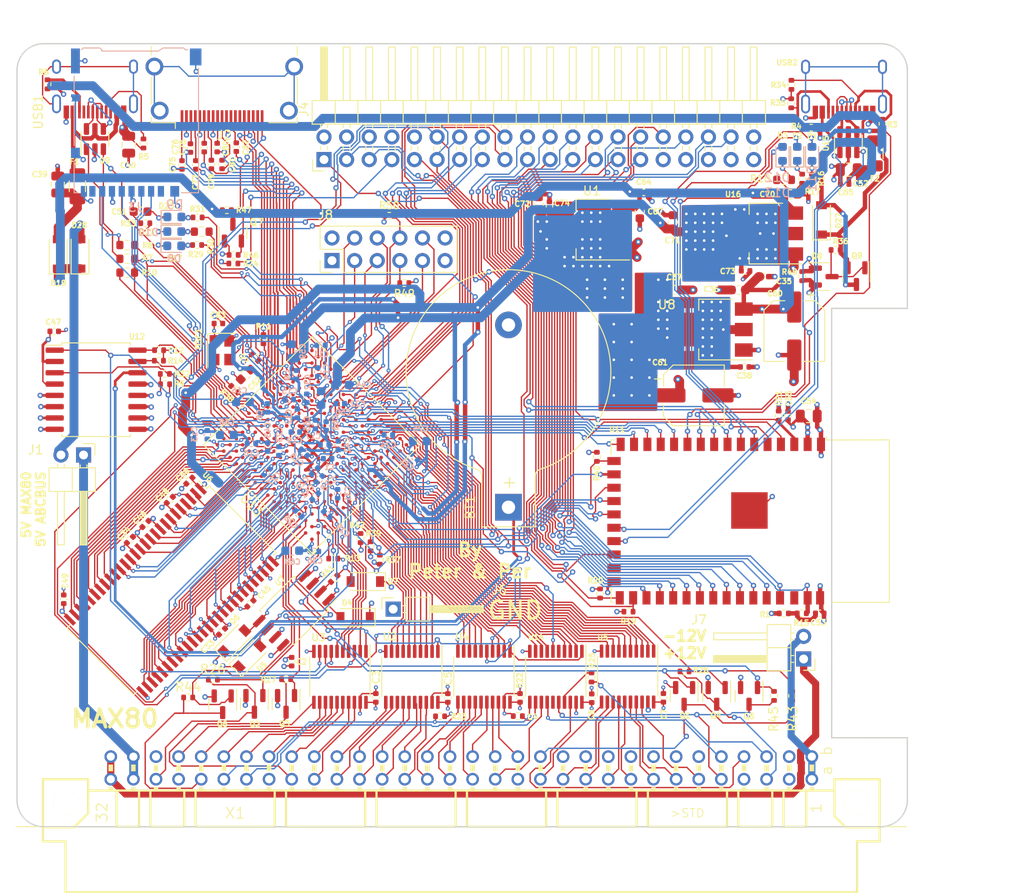
<source format=kicad_pcb>
(kicad_pcb (version 20221018) (generator pcbnew)

  (general
    (thickness 1.6)
  )

  (paper "A4")
  (title_block
    (title "MAX80")
    (date "2022-03-21")
    (rev "1.01")
    (company "No name")
  )

  (layers
    (0 "F.Cu" signal)
    (1 "In1.Cu" power)
    (2 "In2.Cu" signal)
    (31 "B.Cu" signal)
    (32 "B.Adhes" user "B.Adhesive")
    (33 "F.Adhes" user "F.Adhesive")
    (34 "B.Paste" user)
    (35 "F.Paste" user)
    (36 "B.SilkS" user "B.Silkscreen")
    (37 "F.SilkS" user "F.Silkscreen")
    (38 "B.Mask" user)
    (39 "F.Mask" user)
    (40 "Dwgs.User" user "User.Drawings")
    (41 "Cmts.User" user "User.Comments")
    (42 "Eco1.User" user "User.Eco1")
    (43 "Eco2.User" user "User.Eco2")
    (44 "Edge.Cuts" user)
    (45 "Margin" user)
    (46 "B.CrtYd" user "B.Courtyard")
    (47 "F.CrtYd" user "F.Courtyard")
    (48 "B.Fab" user)
    (49 "F.Fab" user)
  )

  (setup
    (stackup
      (layer "F.SilkS" (type "Top Silk Screen"))
      (layer "F.Paste" (type "Top Solder Paste"))
      (layer "F.Mask" (type "Top Solder Mask") (thickness 0.01))
      (layer "F.Cu" (type "copper") (thickness 0.035))
      (layer "dielectric 1" (type "core") (thickness 0.48) (material "FR4") (epsilon_r 4.5) (loss_tangent 0.02))
      (layer "In1.Cu" (type "copper") (thickness 0.035))
      (layer "dielectric 2" (type "prepreg") (thickness 0.48) (material "FR4") (epsilon_r 4.5) (loss_tangent 0.02))
      (layer "In2.Cu" (type "copper") (thickness 0.035))
      (layer "dielectric 3" (type "core") (thickness 0.48) (material "FR4") (epsilon_r 4.5) (loss_tangent 0.02))
      (layer "B.Cu" (type "copper") (thickness 0.035))
      (layer "B.Mask" (type "Bottom Solder Mask") (thickness 0.01))
      (layer "B.Paste" (type "Bottom Solder Paste"))
      (layer "B.SilkS" (type "Bottom Silk Screen"))
      (copper_finish "None")
      (dielectric_constraints no)
    )
    (pad_to_mask_clearance 0)
    (pcbplotparams
      (layerselection 0x00010fc_ffffffff)
      (plot_on_all_layers_selection 0x0000000_00000000)
      (disableapertmacros false)
      (usegerberextensions false)
      (usegerberattributes true)
      (usegerberadvancedattributes true)
      (creategerberjobfile true)
      (dashed_line_dash_ratio 12.000000)
      (dashed_line_gap_ratio 3.000000)
      (svgprecision 6)
      (plotframeref false)
      (viasonmask false)
      (mode 1)
      (useauxorigin false)
      (hpglpennumber 1)
      (hpglpenspeed 20)
      (hpglpendiameter 15.000000)
      (dxfpolygonmode true)
      (dxfimperialunits true)
      (dxfusepcbnewfont true)
      (psnegative false)
      (psa4output false)
      (plotreference true)
      (plotvalue true)
      (plotinvisibletext false)
      (sketchpadsonfab false)
      (subtractmaskfromsilk false)
      (outputformat 1)
      (mirror false)
      (drillshape 0)
      (scaleselection 1)
      (outputdirectory "max80_gerber101")
    )
  )

  (net 0 "")
  (net 1 "GND")
  (net 2 "+5V")
  (net 3 "Net-(BT1-+)")
  (net 4 "Net-(D19-A)")
  (net 5 "Net-(J2-D2+)")
  (net 6 "Net-(J2-D2-)")
  (net 7 "Net-(J2-D1+)")
  (net 8 "Net-(J2-D1-)")
  (net 9 "/A4")
  (net 10 "/A3")
  (net 11 "/A2")
  (net 12 "/A1")
  (net 13 "/A0")
  (net 14 "/IO0")
  (net 15 "/IO3")
  (net 16 "/IO4")
  (net 17 "/IO5")
  (net 18 "/IO6")
  (net 19 "/IO7")
  (net 20 "/A11")
  (net 21 "/IO9")
  (net 22 "/A8")
  (net 23 "/A7")
  (net 24 "/A6")
  (net 25 "/A5")
  (net 26 "/A9")
  (net 27 "/A10")
  (net 28 "/A12")
  (net 29 "/IO8")
  (net 30 "/IO10")
  (net 31 "/IO11")
  (net 32 "/IO12")
  (net 33 "/IO13")
  (net 34 "/IO14")
  (net 35 "/IO15")
  (net 36 "/abc80bus/D7")
  (net 37 "/abc80bus/D6")
  (net 38 "/abc80bus/D5")
  (net 39 "/abc80bus/D4")
  (net 40 "/abc80bus/D3")
  (net 41 "/abc80bus/D2")
  (net 42 "/abc80bus/D1")
  (net 43 "/abc80bus/D0")
  (net 44 "/abc80bus/A8")
  (net 45 "/abc80bus/A9")
  (net 46 "/abc80bus/A10")
  (net 47 "/abc80bus/A11")
  (net 48 "/abc80bus/A12")
  (net 49 "/abc80bus/A13")
  (net 50 "/abc80bus/A14")
  (net 51 "/abc80bus/A15")
  (net 52 "/abc80bus/A7")
  (net 53 "/abc80bus/A6")
  (net 54 "/abc80bus/A5")
  (net 55 "/abc80bus/A4")
  (net 56 "/abc80bus/A3")
  (net 57 "/abc80bus/A2")
  (net 58 "/abc80bus/A1")
  (net 59 "/abc80bus/A0")
  (net 60 "/IO1")
  (net 61 "/IO2")
  (net 62 "/32KHZ")
  (net 63 "/RTC_INT")
  (net 64 "/abc80bus/ABC5V")
  (net 65 "/SD_DAT3")
  (net 66 "/SD_CMD")
  (net 67 "/SD_CLK")
  (net 68 "/SD_DAT0")
  (net 69 "FPGA_TDI")
  (net 70 "FPGA_TMS")
  (net 71 "FPGA_TDO")
  (net 72 "FPGA_TCK")
  (net 73 "ABC_CLK_5")
  (net 74 "/FPGA_SCL")
  (net 75 "/FPGA_SDA")
  (net 76 "FPGA_SPI_CLK")
  (net 77 "FGPA_SPI_CS_ESP32")
  (net 78 "INT_ESP32")
  (net 79 "Net-(C53-Pad1)")
  (net 80 "ESP32_TDO")
  (net 81 "ESP32_TCK")
  (net 82 "ESP32_TMS")
  (net 83 "ESP32_IO0")
  (net 84 "ESP32_RXD")
  (net 85 "ESP32_TXD")
  (net 86 "ESP32_EN")
  (net 87 "Net-(J2-D0+)")
  (net 88 "/ESP32/USB_D-")
  (net 89 "/ESP32/USB_D+")
  (net 90 "ESP32_TDI")
  (net 91 "Net-(J2-D0-)")
  (net 92 "Net-(J2-CK+)")
  (net 93 "Net-(J2-CK-)")
  (net 94 "Net-(D1-K)")
  (net 95 "Net-(D1-A)")
  (net 96 "ESP32_SCL")
  (net 97 "ESP32_SDA")
  (net 98 "ESP32_CS2")
  (net 99 "ESP32_CS0")
  (net 100 "ESP32_MISO")
  (net 101 "ESP32_SCK")
  (net 102 "ESP32_MOSI")
  (net 103 "ESP32_CS1")
  (net 104 "/abc80bus/~{CS}")
  (net 105 "/abc80bus/~{C4}")
  (net 106 "/abc80bus/~{C3}")
  (net 107 "/abc80bus/~{C2}")
  (net 108 "/abc80bus/~{C1}")
  (net 109 "/abc80bus/~{OUT}")
  (net 110 "/abc80bus/~{RST}")
  (net 111 "/abc80bus/~{XMEMFL}")
  (net 112 "/abc80bus/~{INP}")
  (net 113 "/abc80bus/~{STATUS}")
  (net 114 "/abc80bus/~{XINPSTB}")
  (net 115 "/abc80bus/~{XOUTSTB}")
  (net 116 "AD0")
  (net 117 "AD1")
  (net 118 "AD2")
  (net 119 "AD3")
  (net 120 "AD4")
  (net 121 "AD5")
  (net 122 "AD6")
  (net 123 "AD7")
  (net 124 "/abc80bus/~{RESIN}")
  (net 125 "/FPGA_LED1")
  (net 126 "/FPGA_LED2")
  (net 127 "/FPGA_LED3")
  (net 128 "Net-(D13-K)")
  (net 129 "Net-(D13-A)")
  (net 130 "FPGA_GPIO3")
  (net 131 "FPGA_GPIO2")
  (net 132 "FPGA_GPIO1")
  (net 133 "FPGA_GPIO0")
  (net 134 "FPGA_GPIO5")
  (net 135 "FPGA_GPIO4")
  (net 136 "/abc80bus/READY")
  (net 137 "/abc80bus/~{NMI}")
  (net 138 "~{FPGA_READY}")
  (net 139 "FPGA_NMI")
  (net 140 "FPGA_RESIN")
  (net 141 "/DQMH")
  (net 142 "/CLK")
  (net 143 "/BA1")
  (net 144 "/BA0")
  (net 145 "/DQML")
  (net 146 "Net-(D12-K)")
  (net 147 "Net-(D12-A)")
  (net 148 "/WE#")
  (net 149 "/CAS#")
  (net 150 "/RAS#")
  (net 151 "/CS#")
  (net 152 "+3V3")
  (net 153 "+2V5")
  (net 154 "+1V2")
  (net 155 "Net-(D17-A)")
  (net 156 "Net-(D23-A)")
  (net 157 "Net-(D10-A)")
  (net 158 "Net-(D27-A)")
  (net 159 "DATA0")
  (net 160 "~{CS_ABC_3V3}")
  (net 161 "~{OUT_ABC_3V3}")
  (net 162 "AD8")
  (net 163 "~{C1_ABC_3V3}")
  (net 164 "AD9")
  (net 165 "~{C2_ABC_3V3}")
  (net 166 "AD10")
  (net 167 "~{C3_ABC_3V3}")
  (net 168 "~{C4_ABC_3V3}")
  (net 169 "AD11")
  (net 170 "AD12")
  (net 171 "AD13")
  (net 172 "AD14")
  (net 173 "AD15")
  (net 174 "DLCK")
  (net 175 "ASD0")
  (net 176 "nCE0")
  (net 177 "~{INP_ABC_3V3}")
  (net 178 "~{STATUS_ABC_3V3}")
  (net 179 "DD0")
  (net 180 "DD1")
  (net 181 "DD2")
  (net 182 "DD3")
  (net 183 "DD4")
  (net 184 "DD5")
  (net 185 "DD6")
  (net 186 "DD7")
  (net 187 "DD8")
  (net 188 "~{XOUTSTB_ABC_3V3}")
  (net 189 "~{RST_ABC_3V3}")
  (net 190 "~{XMEMFL_ABC_3V3}")
  (net 191 "~{XINPSTB_ABC_3V3}")
  (net 192 "ABC_CLK_3V3")
  (net 193 "FPGA_SPI_MOSI")
  (net 194 "FPGA_SPI_MISO")
  (net 195 "CLK0n")
  (net 196 "HDMI_CK-")
  (net 197 "HDMI_D0+")
  (net 198 "HDMI_D1-")
  (net 199 "HDMI_D2+")
  (net 200 "HDMI_CK+")
  (net 201 "HDMI_D0-")
  (net 202 "HDMI_D1+")
  (net 203 "HDMI_D2-")
  (net 204 "HDMI_SDA")
  (net 205 "HDMI_HPD")
  (net 206 "HDMI_SCL")
  (net 207 "FPGA_JTAGEN")
  (net 208 "FLASH_CS#")
  (net 209 "/abc80bus/~{INT}")
  (net 210 "/abc80bus/~{XMEMW800}")
  (net 211 "/abc80bus/~{XMEMW80}")
  (net 212 "INT_ABC_3V3")
  (net 213 "INT800_ABC_3V3")
  (net 214 "~{XMEMW80_ABC_3V3}")
  (net 215 "~{XMEMW800_ABC_3V3}")
  (net 216 "/abc80bus/~{XM}")
  (net 217 "XM_ABC_3V3")
  (net 218 "Net-(D28-A)")
  (net 219 "AD16")
  (net 220 "/abc80bus/ABC_-12V")
  (net 221 "/abc80bus/ABC_12V")
  (net 222 "Net-(U9-VBUS)")
  (net 223 "unconnected-(J2-CEC-Pad13)")
  (net 224 "unconnected-(J2-UTILITY-Pad14)")
  (net 225 "Net-(J2-HPD)")
  (net 226 "unconnected-(J3-DAT2-Pad1)")
  (net 227 "unconnected-(J3-DAT1-Pad8)")
  (net 228 "unconnected-(J4-Pin_6-Pad6)")
  (net 229 "unconnected-(J4-Pin_8-Pad8)")
  (net 230 "EXT_HG")
  (net 231 "EXT_HB")
  (net 232 "EXT_HE")
  (net 233 "EXT_HC")
  (net 234 "EXT_HA")
  (net 235 "EXT_HF")
  (net 236 "EXT_HH")
  (net 237 "EXT_HD")
  (net 238 "unconnected-(J2-PadSH)")
  (net 239 "unconnected-(J4-Pin_40-Pad40)")
  (net 240 "Net-(Q8-D)")
  (net 241 "Net-(USB2-CC1)")
  (net 242 "Net-(USB2-CC2)")
  (net 243 "Net-(USB1-CC1)")
  (net 244 "Net-(USB1-CC2)")
  (net 245 "/FPGA_USB_SE_DP")
  (net 246 "/FPGA_USB_SE_DN")
  (net 247 "Net-(U13A-nSTATUS_B1)")
  (net 248 "Net-(U14-B1)")
  (net 249 "Net-(U13A-nCONFIG_B1)")
  (net 250 "Net-(U13F-CONF_DONE_B6)")
  (net 251 "Net-(U7-DO(IO1))")
  (net 252 "unconnected-(U6-NC-Pad40)")
  (net 253 "Net-(USB1-DP1)")
  (net 254 "Net-(USB1-DN1)")
  (net 255 "unconnected-(U11-IO26-Pad25)")
  (net 256 "unconnected-(U11-IO46-Pad40)")
  (net 257 "unconnected-(U13H-PLL3_CLKOUTn_B8-PadC3)")
  (net 258 "unconnected-(U13F-VREFB6N1_B6-PadF13)")
  (net 259 "unconnected-(U13E-DIFFIO_R19p_B5-PadJ12)")
  (net 260 "unconnected-(U13E-IO_B5-PadJ13)")
  (net 261 "unconnected-(U13E-DIFFIO_R19n_B5-PadJ14)")
  (net 262 "unconnected-(U13B-DIFFIO_L16p_B2-PadK6)")
  (net 263 "unconnected-(U13D-DIFFIO_B19p_B4-PadK9)")
  (net 264 "unconnected-(U13E-DIFFIO_R35p_B5-PadK12)")
  (net 265 "unconnected-(U13B-DIFFIO_L16n_B2-PadL6)")
  (net 266 "unconnected-(U13D-DIFFIO_B19n_B4-PadL9)")
  (net 267 "unconnected-(U13D-DIFFIO_B31p_B4-PadL11)")
  (net 268 "unconnected-(U13E-VREFB5N1_B5-PadL14)")
  (net 269 "unconnected-(U13E-RUP3_B5-PadN14)")
  (net 270 "unconnected-(U13D-VREFB4N0_B4-PadP11)")
  (net 271 "unconnected-(U13E-RDN3_B5-PadP15)")
  (net 272 "unconnected-(U14-A3-Pad5)")
  (net 273 "unconnected-(U14-B3-Pad15)")
  (net 274 "Net-(USB2-DP1)")
  (net 275 "Net-(USB2-DN1)")
  (net 276 "unconnected-(USB1-SBU2-Pad3)")
  (net 277 "unconnected-(USB1-SBU1-Pad9)")
  (net 278 "/~{SD_DETECT}")
  (net 279 "unconnected-(USB1-SHIELD-Pad13)")
  (net 280 "unconnected-(USB2-SBU2-Pad3)")
  (net 281 "unconnected-(USB2-SBU1-Pad9)")
  (net 282 "Net-(R7-Pad2)")
  (net 283 "Net-(R8-Pad2)")
  (net 284 "/FPGA_USB_PU")
  (net 285 "unconnected-(USB2-SHIELD-Pad13)")
  (net 286 "unconnected-(X1-NC-PadA14)")
  (net 287 "USB_PWR_EN")
  (net 288 "~{USB_PWR_SINK}")
  (net 289 "unconnected-(X1-GND-PadA25)")
  (net 290 "+5VA")
  (net 291 "unconnected-(X1-GND-PadA29)")
  (net 292 "unconnected-(X1-GND-PadB6)")
  (net 293 "unconnected-(X1-GND-PadB7)")
  (net 294 "unconnected-(X1-GND-PadB8)")
  (net 295 "unconnected-(X1-GND-PadB9)")
  (net 296 "unconnected-(X1-GND-PadB10)")
  (net 297 "unconnected-(X1-GND-PadB11)")
  (net 298 "unconnected-(X1-GND-PadB12)")
  (net 299 "unconnected-(X1-NC-PadB30)")

  (footprint "Capacitor_SMD:C_0402_1005Metric" (layer "F.Cu") (at 110.22 102.91 90))

  (footprint "Capacitor_SMD:C_0402_1005Metric" (layer "F.Cu") (at 109.15 72.8))

  (footprint "Resistor_SMD:R_0402_1005Metric" (layer "F.Cu") (at 161.22 116.04 180))

  (footprint "Resistor_SMD:R_0402_1005Metric" (layer "F.Cu") (at 152.49 116.06))

  (footprint "max80:ESP32-S2-WROVER" (layer "F.Cu") (at 183.4961 94.1236 -90))

  (footprint "Capacitor_SMD:CP_Elec_6.3x7.7" (layer "F.Cu") (at 192.27 72.77 -90))

  (footprint "Capacitor_SMD:CP_Elec_6.3x7.7" (layer "F.Cu") (at 181 80))

  (footprint "LED_SMD:LED_0603_1608Metric" (layer "F.Cu") (at 122.64 63.1948))

  (footprint "LED_SMD:LED_0603_1608Metric" (layer "F.Cu") (at 122.64 61.58))

  (footprint "LED_SMD:LED_0603_1608Metric" (layer "F.Cu") (at 122.64 59.9436))

  (footprint "Resistor_SMD:R_0402_1005Metric" (layer "F.Cu") (at 125.2 63.1))

  (footprint "Resistor_SMD:R_0603_1608Metric" (layer "F.Cu") (at 125.719 61.6))

  (footprint "Resistor_SMD:R_0402_1005Metric" (layer "F.Cu") (at 125.25 60))

  (footprint "Package_TO_SOT_SMD:SOT-23" (layer "F.Cu") (at 183.5548 113.77 -90))

  (footprint "Resistor_SMD:R_0402_1005Metric" (layer "F.Cu") (at 120.93 74.92))

  (footprint "Resistor_SMD:R_0402_1005Metric" (layer "F.Cu") (at 120.91 76.1 180))

  (footprint "Capacitor_SMD:C_0603_1608Metric" (layer "F.Cu") (at 118.85 59.35))

  (footprint "Package_TO_SOT_SMD:SOT-23" (layer "F.Cu") (at 131.633 114.667 -90))

  (footprint "Package_TO_SOT_SMD:SOT-23" (layer "F.Cu") (at 135.189 114.667 -90))

  (footprint "max80:Fuse_1206_3216Metric" (layer "F.Cu") (at 111.75 56.5 90))

  (footprint "max80:Fuse_1206_3216Metric" (layer "F.Cu") (at 201.335 52.805 90))

  (footprint "Oscillator:Oscillator_SMD_Abracon_ASE-4Pin_3.2x2.5mm" (layer "F.Cu") (at 127.98 74.92 -90))

  (footprint "max80:HRO-TYPE-C-31-M-12" (layer "F.Cu") (at 197.8611 40.4736 180))

  (footprint "Capacitor_SMD:C_0805_2012Metric" (layer "F.Cu") (at 193.8961 82.3236))

  (footprint "Resistor_SMD:R_0402_1005Metric" (layer "F.Cu") (at 194.1711 49.9186 180))

  (footprint "Resistor_SMD:R_0402_1005Metric" (layer "F.Cu") (at 193.1111 104.4936))

  (footprint "Capacitor_SMD:C_0805_2012Metric" (layer "F.Cu") (at 198.395 54.635 180))

  (footprint "Capacitor_SMD:C_0402_1005Metric" (layer "F.Cu") (at 191.5711 82.2636 90))

  (footprint "Resistor_SMD:R_0402_1005Metric" (layer "F.Cu") (at 202.1811 49.4736 90))

  (footprint "Resistor_SMD:R_0402_1005Metric" (layer "F.Cu") (at 119.175 51.69 90))

  (footprint "Resistor_SMD:R_0402_1005Metric" (layer "F.Cu") (at 108.3911 45.0436 90))

  (footprint "Package_TO_SOT_SMD:SOT-23-6" (layer "F.Cu") (at 198.345 51.54 90))

  (footprint "Capacitor_SMD:C_0805_2012Metric" (layer "F.Cu") (at 109.55 56.3 90))

  (footprint "Capacitor_SMD:C_0805_2012Metric" (layer "F.Cu") (at 117.5111 51.8236 90))

  (footprint "Package_TO_SOT_SMD:SOT-23-6" (layer "F.Cu") (at 113.7211 51.1936 90))

  (footprint "Capacitor_SMD:C_0402_1005Metric" (layer "F.Cu") (at 195.1311 104.4836))

  (footprint "LED_SMD:LED_0603_1608Metric" (layer "F.Cu") (at 190.95 52.85 90))

  (footprint "Resistor_SMD:R_0402_1005Metric" (layer "F.Cu") (at 193.156 55.65 -90))

  (footprint "Resistor_SMD:R_0603_1608Metric" (layer "F.Cu") (at 191.124 55.778 180))

  (footprint "Resistor_SMD:R_0402_1005Metric" (layer "F.Cu") (at 173.65 104.3))

  (footprint "Resistor_SMD:R_0402_1005Metric" (layer "F.Cu") (at 170.46 102.26 -90))

  (footprint "Resistor_SMD:R_0402_1005Metric" (layer "F.Cu") (at 194.25 55.65 -90))

  (footprint "Resistor_SMD:R_0402_1005Metric" (layer "F.Cu") (at 190.5211 82.2736 -90))

  (footprint "Diode_SMD:D_SOD-123" (layer "F.Cu") (at 109.6 64.1 90))

  (footprint "Diode_SMD:D_SOD-123" (layer "F.Cu") (at 195.325 60.275 90))

  (footprint "Connector_PinHeader_2.54mm:PinHeader_1x02_P2.54mm_Horizontal" (layer "F.Cu")
    (tstamp 00000000-0000-0000-0000-00006032d4aa)
    (at 112.445 86.695 -90)
    (descr "Through hole angled pin header, 1x02, 2.54mm pitch, 6mm pin length, single row")
    (tags "Through hole angled pin header THT 1x02 2.54mm single row")
    (property "Sheetfile" "abc80bus.kicad_sch")
    (property "Sheetname" "abc80bus")
    (path "/00000000-0000-0000-0000-00006013b380/00000000-0000-0000-0000-0000603fb6a3")
    (attr through_hole)
    (fp_text reference "J1" (at -0.573 5.365 180) (layer "F.SilkS")
        (effects (font (size 1 1) (thickness 0.15)))
      (tstamp 4ec161eb-ee2e-4a00-86be-e45d4416db9d)
    )
    (fp_text value "Conn_01x02_Male" (at 4.385 4.81 90) (layer "F.Fab")
        (effects (font (size 1 1) (thickness 0.15)))
      (tstamp e3e053b2-e8ba-485a-b0cb-f8d8bd85f7c2)
    )
    (fp_text user "${REFERENCE}" (at 2.77 1.27) (layer "F.Fab")
        (effects (font (size 1 1) (thickness 0.15)))
      (tstamp 3fe8fb23-de15-4bbf-977a-51555d1947fe)
    )
    (fp_line (start -1.27 -1.27) (end 0 -1.27)
      (stroke (width 0.12) (type solid)) (layer "F.SilkS") (tstamp 3d0ecf73-51ba-450a-963f-14d91e61e79d))
    (fp_line (start -1.27 0) (end -1.27 -1.27)
      (stroke (width 0.12) (type solid)) (layer "F.SilkS") (tstamp ab102b24-3ea4-4f0e-bc57-d91b32a56cfc))
    (fp_line (start 1.042929 2.16) (end 1.44 2.16)
      (stroke (width 0.12) (type solid)) (layer "F.SilkS") (tstamp ee809bf8-96dd-4fb7-a693-892e7587c616))
    (fp_line (start 1.042929 2.92) (end 1.44 2.92)
      (stroke (width 0.12) (type solid)) (layer "F.SilkS") (tstamp e2b8a789-7261-40dc-8f1e-4fefc45aa8ae))
    (fp_line (start 1.11 -0.38) (end 1.44 -0.38)
      (stroke (width 0.12) (type solid)) (layer "F.SilkS") (tstamp c2de5afb-5a9b-4450-95ab-d649e7e493da))
    (fp_line (start 1.11 0.38) (end 1.44 0.38)
      (stroke (width 0.12) (type solid)) (layer "F.SilkS") (tstamp 17636213-5287-4fbc-89e0-741da3da11d6))
    (fp_line (start 1.44 -1.33) (end 1.44 3.87)
      (stroke (width 0.12) (type solid)) (layer "F.SilkS") (tstamp ff7ba6e1-b7ab-479e-aad5-4555062856a7))
    (fp_line (start 1.44 1.27) (end 4.1 1.27)
      (stroke (width 0.12) (type solid)) (layer "F.SilkS") (tstamp c7768f67-1b92-4459-9dad-8a9f4fbb5bcb))
    (fp_line (start 1.44 3.87) (end 4.1 3.87)
      (stroke (width 0.12) (type solid)) (layer "F.SilkS") (tstamp 644070b6-5573-4690-858e-304c0bc7e41a))
    (fp_line (start 4.1 -1.33) (end 1.44 -1.33)
      (stroke (width 0.12) (type solid)) (layer "F.SilkS") (tstamp 02e91db3-f8f6-4103-b05b-487634fb8ab4))
    (fp_line (start 4.1 -0.38) (end 10.1 -0.38)
      (stroke (width 0.12) (type solid)) (layer "F.SilkS") (tstamp 81d831f8-d99d-45a4-88d3-e0e0c7ed1384))
    (fp_line (start 4.1 -0.32) (end 10.1 -0.32)
      (stroke (width 0.12) (type solid)) (layer "F.SilkS") (tstamp b62fa410-049b-469a-88c6-db50bdeef84e))
    (fp_line (start 4.1 -0.2) (end 10.1 -0.2)
      (stroke (width 0.12) (type solid)) (layer "F.SilkS") (tstamp 893abb9d-32bd-4f7b-9c40-c8bc545f9c2e))
    (fp_line (start 4.1 -0.08) (end 10.1 -0.08)
      (stroke (width 0.12) (type solid)) (layer "F.SilkS") (tstamp c89d60d8-be24-4531-bd8e-f0c92cdb21b5))
    (fp_line (start 4.1 0.04) (end 10.1 0.04)
      (stroke (width 0.12) (type solid)) (layer "F.SilkS") (tstamp 15d30172-7b84-4c0f-853a-42d9a4292a46))
    (fp_line (start 4.1 0.16) (end 10.1 0.16)
      (stroke (width 0.12) (type solid)) (layer "F.SilkS") (tstamp 98db2e46-e437-4c45-8968-c8978e09a960))
    (fp_line (start 4.1 0.28) (end 10.1 0.28)
      (stroke (width 0.12) (type solid)) (layer "F.SilkS") (tstamp c0874fbc-bb5a-4205-bc96-0266b0bb7d2c))
    (fp_line (start 4.1 2.16) (end 10.1 2.16)
      (stroke (width 0.12) (type solid)) (layer "F.SilkS") (tstamp bce8f7ea-3e51-4508-8937-5919730fabc9))
    (fp_line (start 4.1 3.87) (end 4.1 -1.33)
      (stroke (width 0.12) (type solid)) (layer "F.SilkS") (tstamp 0b040693-aa14-483a-bc96-662cee159fd6))
    (fp_line (start 10.1 -0.38) (end 10.1 0.38)
      (stroke (width 0.12) (type solid)) (layer "F.SilkS") (tstamp 8e610807-1077-4f01-9e99-330baa4374e3))
    (fp_line (start 10.1 0.38) (end 4.1 0.38)
      (stroke (width 0.12) (type solid)) (layer "F.SilkS") (tstamp dd393cbc-8e5f-48c8-a0df-944c1d88a113))
    (fp_line (start 10.1 2.16) (end 10.1 2.92)
      (stroke (width 0.12) (type solid)) (layer "F.SilkS") (tstamp 692e3803-a910-4a13-8d1b-59d4b95f907a))
    (fp_line (start 10.1 2.92) (end 4.1 2.92)
      (stroke (width 0.12) (type solid)) (layer "F.SilkS") (tstamp 0acad09a-acd7-4d7c-ac43-aca4655f0157))
    (fp_line (start -1.8 -1.8) (end -1.8 4.35)
      (stroke (width 0.05) (type solid)) (layer "F.CrtYd") (tstamp 34b12fe5-d4ab-4493-ae64-2afaaedb1791))
    (fp_line (start -1.8 4.35) (end 10.55 4.35)
      (stroke (width 0.05) (type solid)) (layer "F.CrtYd") (tstamp 0f1611c0-bf39-4639-a3be-0a1960b2bde1))
    (fp_line (start 10.55 -1.8) (end -1.8 -1.8)
      (stroke (width 0.05) (type solid)) (layer "F.CrtYd") (tstamp 4736c7a3-7b5f-4f39-bb52-03d571b7356b))
    (fp_line (start 10.55 4.35) (end 10.55 -1.8)
      (stroke (width 0.05) (type solid)) (layer "F.CrtYd") (tstamp fd04f022-ed2c-4195-8d27-d6450852ea54))
    (fp_line (start -0.32 -0.32) (end -0.32 0.32)
      (stroke (width 0.1) (type solid)) (layer "F.Fab") (tstamp de4a9b15-34c3-4e58-8cec-070ce361621a))
    (fp_line (start -0.32 -0.32) (end 1.5 -0.32)
      (stroke (width 0.1) (type solid)) (layer "F.Fab") (tstamp a6d02439-77ec-4d92-9416-6d07022c9069))
    (fp_line (start -0.32 0.32) (end 1.5 0.32)
      (stroke (width 0.1) (type solid)) (layer "F.Fab") (tstamp de146029-219a-4954-9a0a-cf5a3778dd76))
    (fp_line (start -0.32 2.22) (end -0.32 2.86)
      (stroke (width 0.1) (type solid)) (layer "F.Fab") (tstamp b3229803-7f43-4013-b3a2-76c8f8b158bd))
    (fp_line (start -0.32 2.22) (end 1.5 2.22)
      (stroke (width 0.1) (type solid)) (layer "F.Fab") (tstamp 3d6a4660-3cf3-4c8f-a193-ae50fde02fbf))
    (fp_line (start -0.32 2.86) (end 1.5 2.86)
      (stroke (width 0.1) (type solid)) (layer "F.Fab") (tstamp 03276c88-5fe8-4350-ae7f-5ecc5318249d))
    (fp_line (start 1.5 -0.635) (end 2.135 -1.27)
      (stroke (width 0.1) (type solid)) (layer "F.Fab") (tstamp b7220460-d1c7-46ae-a578-b9b3da82df7a))
    (fp_line (start 1.5 3.81) (end 1.5 -0.635)
      (stroke (width 0.1) (type solid)) (layer "F.Fab") (tstamp b54f11d2-57e0-4e3b-a8c4-c06dbd96a407))
    (fp_line (start 2.135 -1.27) (end 4.04 -1.27)
      (stroke (width 0.1) (type solid)) (layer "F.Fab") (tstamp 2c98221d-999a-46f6-a4a5-c016a71fdc6c))
    (fp_line (start 4.04 -1.27) (end 4.04 3.81)
      (stroke (width 0.1) (type solid)) (layer "F.Fab") (tstamp 967ce7a5-b3c9-4260-bfdd-8830cecc2ced))
    (fp_line (start 4.04 -0.32) (end 10.04 -0.32)
      (stroke (width 0.1) (type solid)) (layer "F.Fab") (tstamp 74fe9eee-9400-4dee-9b90-246c18420382))
    (fp_line (start 4.04 0.32) (end 10.04 0.32)
      (stroke (width 0.1) (type solid)) (layer "F.Fab") (tstamp 74425ddf-3987-4f35-9f85-3ee2d66d824f))
    (fp_line (start 4.04 2.22) (end 10.04 2.22)
      (stroke (width 0.1) (type solid)) (layer "F.Fab") (tstamp 93ccd44b-970e-4747-b307-d8b448b349ec))
    (fp_line (start 4.04 2.86) (end 10.04 2.86)
      (stroke (width 0.1) (type solid)) (layer "F.Fab") (tstamp 1cd3c41f-c004-4446-85a1-e2854242bd1d))
    (fp_line (start 4.04 3.81) (end 1.5 3.81)
      (stroke (width 0.1) (type solid)) (layer "F.Fab") (tstamp 939ee577-04d8-4f4a-8e09-fd095543f97d))
    (fp_line (start 10.04 -0.32) (end 10.04 0.32)
      (stroke (width 0.1) (type solid)) (layer "F.Fab") (tstamp c8ac4b68-d2fb-4be3-b5e9-801a69590b5f))
    (fp_line (st
... [3241749 chars truncated]
</source>
